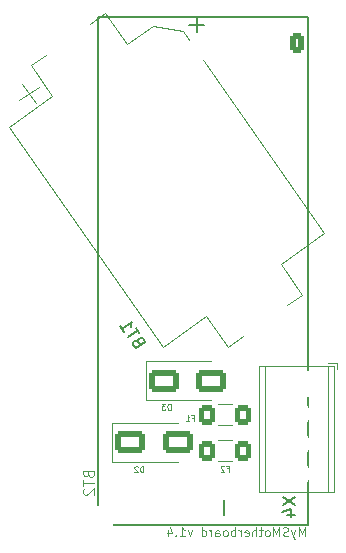
<source format=gbo>
G04 #@! TF.GenerationSoftware,KiCad,Pcbnew,7.0.10-7.0.10~ubuntu20.04.1*
G04 #@! TF.CreationDate,2024-06-08T20:32:56+02:00*
G04 #@! TF.ProjectId,MySMotherboard,4d79534d-6f74-4686-9572-626f6172642e,1.4*
G04 #@! TF.SameCoordinates,Original*
G04 #@! TF.FileFunction,Legend,Bot*
G04 #@! TF.FilePolarity,Positive*
%FSLAX46Y46*%
G04 Gerber Fmt 4.6, Leading zero omitted, Abs format (unit mm)*
G04 Created by KiCad (PCBNEW 7.0.10-7.0.10~ubuntu20.04.1) date 2024-06-08 20:32:56*
%MOMM*%
%LPD*%
G01*
G04 APERTURE LIST*
G04 Aperture macros list*
%AMRoundRect*
0 Rectangle with rounded corners*
0 $1 Rounding radius*
0 $2 $3 $4 $5 $6 $7 $8 $9 X,Y pos of 4 corners*
0 Add a 4 corners polygon primitive as box body*
4,1,4,$2,$3,$4,$5,$6,$7,$8,$9,$2,$3,0*
0 Add four circle primitives for the rounded corners*
1,1,$1+$1,$2,$3*
1,1,$1+$1,$4,$5*
1,1,$1+$1,$6,$7*
1,1,$1+$1,$8,$9*
0 Add four rect primitives between the rounded corners*
20,1,$1+$1,$2,$3,$4,$5,0*
20,1,$1+$1,$4,$5,$6,$7,0*
20,1,$1+$1,$6,$7,$8,$9,0*
20,1,$1+$1,$8,$9,$2,$3,0*%
%AMRotRect*
0 Rectangle, with rotation*
0 The origin of the aperture is its center*
0 $1 length*
0 $2 width*
0 $3 Rotation angle, in degrees counterclockwise*
0 Add horizontal line*
21,1,$1,$2,0,0,$3*%
G04 Aperture macros list end*
%ADD10C,0.100000*%
%ADD11C,0.150000*%
%ADD12C,0.121920*%
%ADD13C,0.120000*%
%ADD14C,0.127000*%
%ADD15R,1.700000X1.700000*%
%ADD16RoundRect,0.250000X0.350000X0.625000X-0.350000X0.625000X-0.350000X-0.625000X0.350000X-0.625000X0*%
%ADD17O,1.200000X1.750000*%
%ADD18O,1.700000X1.700000*%
%ADD19RotRect,2.600000X3.600000X125.000000*%
%ADD20RoundRect,0.250000X-1.000000X-0.650000X1.000000X-0.650000X1.000000X0.650000X-1.000000X0.650000X0*%
%ADD21RoundRect,0.250001X-0.462499X-0.624999X0.462499X-0.624999X0.462499X0.624999X-0.462499X0.624999X0*%
%ADD22C,2.357400*%
%ADD23R,2.200000X2.200000*%
%ADD24C,2.200000*%
G04 APERTURE END LIST*
D10*
X160181169Y-127153287D02*
X160181169Y-126405511D01*
X160181169Y-126405511D02*
X159931910Y-126939637D01*
X159931910Y-126939637D02*
X159682651Y-126405511D01*
X159682651Y-126405511D02*
X159682651Y-127153287D01*
X159397784Y-126654770D02*
X159219742Y-127153287D01*
X159041701Y-126654770D02*
X159219742Y-127153287D01*
X159219742Y-127153287D02*
X159290959Y-127331329D01*
X159290959Y-127331329D02*
X159326568Y-127366937D01*
X159326568Y-127366937D02*
X159397784Y-127402546D01*
X158792442Y-127117679D02*
X158685617Y-127153287D01*
X158685617Y-127153287D02*
X158507575Y-127153287D01*
X158507575Y-127153287D02*
X158436358Y-127117679D01*
X158436358Y-127117679D02*
X158400750Y-127082070D01*
X158400750Y-127082070D02*
X158365141Y-127010853D01*
X158365141Y-127010853D02*
X158365141Y-126939637D01*
X158365141Y-126939637D02*
X158400750Y-126868420D01*
X158400750Y-126868420D02*
X158436358Y-126832811D01*
X158436358Y-126832811D02*
X158507575Y-126797203D01*
X158507575Y-126797203D02*
X158650008Y-126761595D01*
X158650008Y-126761595D02*
X158721225Y-126725986D01*
X158721225Y-126725986D02*
X158756834Y-126690378D01*
X158756834Y-126690378D02*
X158792442Y-126619161D01*
X158792442Y-126619161D02*
X158792442Y-126547944D01*
X158792442Y-126547944D02*
X158756834Y-126476728D01*
X158756834Y-126476728D02*
X158721225Y-126441119D01*
X158721225Y-126441119D02*
X158650008Y-126405511D01*
X158650008Y-126405511D02*
X158471967Y-126405511D01*
X158471967Y-126405511D02*
X158365141Y-126441119D01*
X158044666Y-127153287D02*
X158044666Y-126405511D01*
X158044666Y-126405511D02*
X157795407Y-126939637D01*
X157795407Y-126939637D02*
X157546148Y-126405511D01*
X157546148Y-126405511D02*
X157546148Y-127153287D01*
X157083239Y-127153287D02*
X157154456Y-127117679D01*
X157154456Y-127117679D02*
X157190065Y-127082070D01*
X157190065Y-127082070D02*
X157225673Y-127010853D01*
X157225673Y-127010853D02*
X157225673Y-126797203D01*
X157225673Y-126797203D02*
X157190065Y-126725986D01*
X157190065Y-126725986D02*
X157154456Y-126690378D01*
X157154456Y-126690378D02*
X157083239Y-126654770D01*
X157083239Y-126654770D02*
X156976414Y-126654770D01*
X156976414Y-126654770D02*
X156905198Y-126690378D01*
X156905198Y-126690378D02*
X156869589Y-126725986D01*
X156869589Y-126725986D02*
X156833981Y-126797203D01*
X156833981Y-126797203D02*
X156833981Y-127010853D01*
X156833981Y-127010853D02*
X156869589Y-127082070D01*
X156869589Y-127082070D02*
X156905198Y-127117679D01*
X156905198Y-127117679D02*
X156976414Y-127153287D01*
X156976414Y-127153287D02*
X157083239Y-127153287D01*
X156620331Y-126654770D02*
X156335464Y-126654770D01*
X156513506Y-126405511D02*
X156513506Y-127046462D01*
X156513506Y-127046462D02*
X156477897Y-127117679D01*
X156477897Y-127117679D02*
X156406680Y-127153287D01*
X156406680Y-127153287D02*
X156335464Y-127153287D01*
X156086205Y-127153287D02*
X156086205Y-126405511D01*
X155765729Y-127153287D02*
X155765729Y-126761595D01*
X155765729Y-126761595D02*
X155801338Y-126690378D01*
X155801338Y-126690378D02*
X155872554Y-126654770D01*
X155872554Y-126654770D02*
X155979379Y-126654770D01*
X155979379Y-126654770D02*
X156050596Y-126690378D01*
X156050596Y-126690378D02*
X156086205Y-126725986D01*
X155124779Y-127117679D02*
X155195995Y-127153287D01*
X155195995Y-127153287D02*
X155338429Y-127153287D01*
X155338429Y-127153287D02*
X155409646Y-127117679D01*
X155409646Y-127117679D02*
X155445254Y-127046462D01*
X155445254Y-127046462D02*
X155445254Y-126761595D01*
X155445254Y-126761595D02*
X155409646Y-126690378D01*
X155409646Y-126690378D02*
X155338429Y-126654770D01*
X155338429Y-126654770D02*
X155195995Y-126654770D01*
X155195995Y-126654770D02*
X155124779Y-126690378D01*
X155124779Y-126690378D02*
X155089170Y-126761595D01*
X155089170Y-126761595D02*
X155089170Y-126832811D01*
X155089170Y-126832811D02*
X155445254Y-126904028D01*
X154768695Y-127153287D02*
X154768695Y-126654770D01*
X154768695Y-126797203D02*
X154733086Y-126725986D01*
X154733086Y-126725986D02*
X154697478Y-126690378D01*
X154697478Y-126690378D02*
X154626261Y-126654770D01*
X154626261Y-126654770D02*
X154555044Y-126654770D01*
X154305786Y-127153287D02*
X154305786Y-126405511D01*
X154305786Y-126690378D02*
X154234569Y-126654770D01*
X154234569Y-126654770D02*
X154092135Y-126654770D01*
X154092135Y-126654770D02*
X154020919Y-126690378D01*
X154020919Y-126690378D02*
X153985310Y-126725986D01*
X153985310Y-126725986D02*
X153949702Y-126797203D01*
X153949702Y-126797203D02*
X153949702Y-127010853D01*
X153949702Y-127010853D02*
X153985310Y-127082070D01*
X153985310Y-127082070D02*
X154020919Y-127117679D01*
X154020919Y-127117679D02*
X154092135Y-127153287D01*
X154092135Y-127153287D02*
X154234569Y-127153287D01*
X154234569Y-127153287D02*
X154305786Y-127117679D01*
X153522401Y-127153287D02*
X153593618Y-127117679D01*
X153593618Y-127117679D02*
X153629227Y-127082070D01*
X153629227Y-127082070D02*
X153664835Y-127010853D01*
X153664835Y-127010853D02*
X153664835Y-126797203D01*
X153664835Y-126797203D02*
X153629227Y-126725986D01*
X153629227Y-126725986D02*
X153593618Y-126690378D01*
X153593618Y-126690378D02*
X153522401Y-126654770D01*
X153522401Y-126654770D02*
X153415576Y-126654770D01*
X153415576Y-126654770D02*
X153344360Y-126690378D01*
X153344360Y-126690378D02*
X153308751Y-126725986D01*
X153308751Y-126725986D02*
X153273143Y-126797203D01*
X153273143Y-126797203D02*
X153273143Y-127010853D01*
X153273143Y-127010853D02*
X153308751Y-127082070D01*
X153308751Y-127082070D02*
X153344360Y-127117679D01*
X153344360Y-127117679D02*
X153415576Y-127153287D01*
X153415576Y-127153287D02*
X153522401Y-127153287D01*
X152632192Y-127153287D02*
X152632192Y-126761595D01*
X152632192Y-126761595D02*
X152667801Y-126690378D01*
X152667801Y-126690378D02*
X152739017Y-126654770D01*
X152739017Y-126654770D02*
X152881451Y-126654770D01*
X152881451Y-126654770D02*
X152952668Y-126690378D01*
X152632192Y-127117679D02*
X152703409Y-127153287D01*
X152703409Y-127153287D02*
X152881451Y-127153287D01*
X152881451Y-127153287D02*
X152952668Y-127117679D01*
X152952668Y-127117679D02*
X152988276Y-127046462D01*
X152988276Y-127046462D02*
X152988276Y-126975245D01*
X152988276Y-126975245D02*
X152952668Y-126904028D01*
X152952668Y-126904028D02*
X152881451Y-126868420D01*
X152881451Y-126868420D02*
X152703409Y-126868420D01*
X152703409Y-126868420D02*
X152632192Y-126832811D01*
X152276109Y-127153287D02*
X152276109Y-126654770D01*
X152276109Y-126797203D02*
X152240500Y-126725986D01*
X152240500Y-126725986D02*
X152204892Y-126690378D01*
X152204892Y-126690378D02*
X152133675Y-126654770D01*
X152133675Y-126654770D02*
X152062458Y-126654770D01*
X151492724Y-127153287D02*
X151492724Y-126405511D01*
X151492724Y-127117679D02*
X151563941Y-127153287D01*
X151563941Y-127153287D02*
X151706374Y-127153287D01*
X151706374Y-127153287D02*
X151777591Y-127117679D01*
X151777591Y-127117679D02*
X151813200Y-127082070D01*
X151813200Y-127082070D02*
X151848808Y-127010853D01*
X151848808Y-127010853D02*
X151848808Y-126797203D01*
X151848808Y-126797203D02*
X151813200Y-126725986D01*
X151813200Y-126725986D02*
X151777591Y-126690378D01*
X151777591Y-126690378D02*
X151706374Y-126654770D01*
X151706374Y-126654770D02*
X151563941Y-126654770D01*
X151563941Y-126654770D02*
X151492724Y-126690378D01*
X150638123Y-126654770D02*
X150460081Y-127153287D01*
X150460081Y-127153287D02*
X150282040Y-126654770D01*
X149605480Y-127153287D02*
X150032781Y-127153287D01*
X149819131Y-127153287D02*
X149819131Y-126405511D01*
X149819131Y-126405511D02*
X149890347Y-126512336D01*
X149890347Y-126512336D02*
X149961564Y-126583553D01*
X149961564Y-126583553D02*
X150032781Y-126619161D01*
X149285005Y-127082070D02*
X149249396Y-127117679D01*
X149249396Y-127117679D02*
X149285005Y-127153287D01*
X149285005Y-127153287D02*
X149320613Y-127117679D01*
X149320613Y-127117679D02*
X149285005Y-127082070D01*
X149285005Y-127082070D02*
X149285005Y-127153287D01*
X148608445Y-126654770D02*
X148608445Y-127153287D01*
X148786487Y-126369903D02*
X148964529Y-126904028D01*
X148964529Y-126904028D02*
X148501620Y-126904028D01*
D11*
X146107180Y-110679048D02*
X145986234Y-110589339D01*
X145986234Y-110589339D02*
X145919913Y-110577645D01*
X145919913Y-110577645D02*
X145814586Y-110593264D01*
X145814586Y-110593264D02*
X145697564Y-110675204D01*
X145697564Y-110675204D02*
X145646863Y-110768837D01*
X145646863Y-110768837D02*
X145635169Y-110835158D01*
X145635169Y-110835158D02*
X145650788Y-110940485D01*
X145650788Y-110940485D02*
X145869293Y-111252543D01*
X145869293Y-111252543D02*
X146688445Y-110678967D01*
X146688445Y-110678967D02*
X146497253Y-110405916D01*
X146497253Y-110405916D02*
X146403619Y-110355215D01*
X146403619Y-110355215D02*
X146337299Y-110343521D01*
X146337299Y-110343521D02*
X146231971Y-110359140D01*
X146231971Y-110359140D02*
X146153957Y-110413766D01*
X146153957Y-110413766D02*
X146103255Y-110507400D01*
X146103255Y-110507400D02*
X146091561Y-110573720D01*
X146091561Y-110573720D02*
X146107180Y-110679048D01*
X146107180Y-110679048D02*
X146298373Y-110952098D01*
X146196808Y-109976836D02*
X145869050Y-109508750D01*
X145213777Y-110316369D02*
X146032929Y-109742793D01*
X144558261Y-109380196D02*
X144886019Y-109848282D01*
X144722140Y-109614239D02*
X145541292Y-109040663D01*
X145541292Y-109040663D02*
X145478897Y-109200617D01*
X145478897Y-109200617D02*
X145455508Y-109333257D01*
X145455508Y-109333257D02*
X145471128Y-109438585D01*
D10*
X146544047Y-121726109D02*
X146544047Y-121226109D01*
X146544047Y-121226109D02*
X146424999Y-121226109D01*
X146424999Y-121226109D02*
X146353571Y-121249919D01*
X146353571Y-121249919D02*
X146305952Y-121297538D01*
X146305952Y-121297538D02*
X146282142Y-121345157D01*
X146282142Y-121345157D02*
X146258333Y-121440395D01*
X146258333Y-121440395D02*
X146258333Y-121511823D01*
X146258333Y-121511823D02*
X146282142Y-121607061D01*
X146282142Y-121607061D02*
X146305952Y-121654680D01*
X146305952Y-121654680D02*
X146353571Y-121702300D01*
X146353571Y-121702300D02*
X146424999Y-121726109D01*
X146424999Y-121726109D02*
X146544047Y-121726109D01*
X146067856Y-121273728D02*
X146044047Y-121249919D01*
X146044047Y-121249919D02*
X145996428Y-121226109D01*
X145996428Y-121226109D02*
X145877380Y-121226109D01*
X145877380Y-121226109D02*
X145829761Y-121249919D01*
X145829761Y-121249919D02*
X145805952Y-121273728D01*
X145805952Y-121273728D02*
X145782142Y-121321347D01*
X145782142Y-121321347D02*
X145782142Y-121368966D01*
X145782142Y-121368966D02*
X145805952Y-121440395D01*
X145805952Y-121440395D02*
X146091666Y-121726109D01*
X146091666Y-121726109D02*
X145782142Y-121726109D01*
X150666665Y-117139204D02*
X150833332Y-117139204D01*
X150833332Y-117401109D02*
X150833332Y-116901109D01*
X150833332Y-116901109D02*
X150595237Y-116901109D01*
X150142856Y-117401109D02*
X150428570Y-117401109D01*
X150285713Y-117401109D02*
X150285713Y-116901109D01*
X150285713Y-116901109D02*
X150333332Y-116972538D01*
X150333332Y-116972538D02*
X150380951Y-117020157D01*
X150380951Y-117020157D02*
X150428570Y-117043966D01*
X153616665Y-121414204D02*
X153783332Y-121414204D01*
X153783332Y-121676109D02*
X153783332Y-121176109D01*
X153783332Y-121176109D02*
X153545237Y-121176109D01*
X153378570Y-121223728D02*
X153354761Y-121199919D01*
X153354761Y-121199919D02*
X153307142Y-121176109D01*
X153307142Y-121176109D02*
X153188094Y-121176109D01*
X153188094Y-121176109D02*
X153140475Y-121199919D01*
X153140475Y-121199919D02*
X153116666Y-121223728D01*
X153116666Y-121223728D02*
X153092856Y-121271347D01*
X153092856Y-121271347D02*
X153092856Y-121318966D01*
X153092856Y-121318966D02*
X153116666Y-121390395D01*
X153116666Y-121390395D02*
X153402380Y-121676109D01*
X153402380Y-121676109D02*
X153092856Y-121676109D01*
D12*
X141865914Y-121903903D02*
X141908489Y-122031629D01*
X141908489Y-122031629D02*
X141951065Y-122074204D01*
X141951065Y-122074204D02*
X142036215Y-122116780D01*
X142036215Y-122116780D02*
X142163941Y-122116780D01*
X142163941Y-122116780D02*
X142249091Y-122074204D01*
X142249091Y-122074204D02*
X142291667Y-122031629D01*
X142291667Y-122031629D02*
X142334242Y-121946479D01*
X142334242Y-121946479D02*
X142334242Y-121605877D01*
X142334242Y-121605877D02*
X141440162Y-121605877D01*
X141440162Y-121605877D02*
X141440162Y-121903903D01*
X141440162Y-121903903D02*
X141482737Y-121989054D01*
X141482737Y-121989054D02*
X141525312Y-122031629D01*
X141525312Y-122031629D02*
X141610463Y-122074204D01*
X141610463Y-122074204D02*
X141695613Y-122074204D01*
X141695613Y-122074204D02*
X141780764Y-122031629D01*
X141780764Y-122031629D02*
X141823339Y-121989054D01*
X141823339Y-121989054D02*
X141865914Y-121903903D01*
X141865914Y-121903903D02*
X141865914Y-121605877D01*
X141440162Y-122372231D02*
X141440162Y-122883134D01*
X142334242Y-122627682D02*
X141440162Y-122627682D01*
X141525312Y-123138585D02*
X141482737Y-123181161D01*
X141482737Y-123181161D02*
X141440162Y-123266311D01*
X141440162Y-123266311D02*
X141440162Y-123479187D01*
X141440162Y-123479187D02*
X141482737Y-123564338D01*
X141482737Y-123564338D02*
X141525312Y-123606913D01*
X141525312Y-123606913D02*
X141610463Y-123649488D01*
X141610463Y-123649488D02*
X141695613Y-123649488D01*
X141695613Y-123649488D02*
X141823339Y-123606913D01*
X141823339Y-123606913D02*
X142334242Y-123096010D01*
X142334242Y-123096010D02*
X142334242Y-123649488D01*
D11*
X158354819Y-123865476D02*
X159354819Y-124532142D01*
X158354819Y-124532142D02*
X159354819Y-123865476D01*
X158688152Y-125341666D02*
X159354819Y-125341666D01*
X158307200Y-125103571D02*
X159021485Y-124865476D01*
X159021485Y-124865476D02*
X159021485Y-125484523D01*
D10*
X148844047Y-116451109D02*
X148844047Y-115951109D01*
X148844047Y-115951109D02*
X148724999Y-115951109D01*
X148724999Y-115951109D02*
X148653571Y-115974919D01*
X148653571Y-115974919D02*
X148605952Y-116022538D01*
X148605952Y-116022538D02*
X148582142Y-116070157D01*
X148582142Y-116070157D02*
X148558333Y-116165395D01*
X148558333Y-116165395D02*
X148558333Y-116236823D01*
X148558333Y-116236823D02*
X148582142Y-116332061D01*
X148582142Y-116332061D02*
X148605952Y-116379680D01*
X148605952Y-116379680D02*
X148653571Y-116427300D01*
X148653571Y-116427300D02*
X148724999Y-116451109D01*
X148724999Y-116451109D02*
X148844047Y-116451109D01*
X148391666Y-115951109D02*
X148082142Y-115951109D01*
X148082142Y-115951109D02*
X148248809Y-116141585D01*
X148248809Y-116141585D02*
X148177380Y-116141585D01*
X148177380Y-116141585D02*
X148129761Y-116165395D01*
X148129761Y-116165395D02*
X148105952Y-116189204D01*
X148105952Y-116189204D02*
X148082142Y-116236823D01*
X148082142Y-116236823D02*
X148082142Y-116355871D01*
X148082142Y-116355871D02*
X148105952Y-116403490D01*
X148105952Y-116403490D02*
X148129761Y-116427300D01*
X148129761Y-116427300D02*
X148177380Y-116451109D01*
X148177380Y-116451109D02*
X148320237Y-116451109D01*
X148320237Y-116451109D02*
X148367856Y-116427300D01*
X148367856Y-116427300D02*
X148391666Y-116403490D01*
D13*
X143311093Y-82873645D02*
X142041408Y-83762689D01*
X137003622Y-87290184D02*
X138273308Y-86401141D01*
X136029965Y-90230379D02*
X137668269Y-89083226D01*
X137422694Y-90475955D02*
X136275541Y-88837651D01*
X147358248Y-83946276D02*
X145146538Y-85494932D01*
X145146538Y-85494932D02*
X143311093Y-82873645D01*
X138839067Y-89911471D02*
X137003622Y-87290184D01*
X135152883Y-92492565D02*
X138839067Y-89911471D01*
X135152883Y-92492565D02*
X148173068Y-111087316D01*
X149865160Y-84388312D02*
X147358248Y-83946276D01*
X161852907Y-101508589D02*
X149865160Y-84388312D01*
X161852907Y-101508589D02*
X158166723Y-104089683D01*
X158166723Y-104089683D02*
X160002168Y-106710970D01*
X151859252Y-108506222D02*
X153694697Y-111127509D01*
X148173068Y-111087316D02*
X151859252Y-108506222D01*
X160002168Y-106710970D02*
X158732482Y-107600013D01*
X153694697Y-111127509D02*
X154964382Y-110238465D01*
X143915000Y-117525000D02*
X149425000Y-117525000D01*
X143915000Y-120825000D02*
X143915000Y-117525000D01*
X143915000Y-120825000D02*
X149425000Y-120825000D01*
X152847936Y-115940000D02*
X154052064Y-115940000D01*
X152847936Y-117760000D02*
X154052064Y-117760000D01*
X152847936Y-118990000D02*
X154052064Y-118990000D01*
X152847936Y-120810000D02*
X154052064Y-120810000D01*
D14*
X142660000Y-126160000D02*
X160440000Y-126160000D01*
X160440000Y-126160000D02*
X160440000Y-83160000D01*
X153328000Y-125353000D02*
X153328000Y-124099000D01*
X151042000Y-84463000D02*
X151042000Y-83201000D01*
X151669000Y-83832000D02*
X150415000Y-83832000D01*
X142660000Y-83160000D02*
X142660000Y-126160000D01*
X160440000Y-83160000D02*
X142660000Y-83160000D01*
D13*
X162925000Y-112460000D02*
X162925000Y-112960000D01*
X162185000Y-112460000D02*
X162925000Y-112460000D01*
X162685000Y-112700000D02*
X162685000Y-123440000D01*
X162125000Y-112700000D02*
X162125000Y-123440000D01*
X156825000Y-112700000D02*
X156825000Y-123440000D01*
X156365000Y-112700000D02*
X162685000Y-112700000D01*
X156365000Y-112700000D02*
X156365000Y-123440000D01*
X156365000Y-123440000D02*
X162685000Y-123440000D01*
X146765000Y-112325000D02*
X152275000Y-112325000D01*
X146765000Y-115625000D02*
X146765000Y-112325000D01*
X146765000Y-115625000D02*
X152275000Y-115625000D01*
%LPC*%
D15*
X143125000Y-125450000D03*
D16*
X159550000Y-85425000D03*
D17*
X157550000Y-85425000D03*
D15*
X136750000Y-102350000D03*
D18*
X139290000Y-102350000D03*
X136750000Y-104890000D03*
X139290000Y-104890000D03*
X136750000Y-107430000D03*
X139290000Y-107430000D03*
X136750000Y-109970000D03*
X139290000Y-109970000D03*
X136750000Y-112510000D03*
X139290000Y-112510000D03*
X136750000Y-115050000D03*
X139290000Y-115050000D03*
X136750000Y-117590000D03*
X139290000Y-117590000D03*
X136750000Y-120130000D03*
X139290000Y-120130000D03*
X136750000Y-122670000D03*
X139290000Y-122670000D03*
X136750000Y-125210000D03*
X139290000Y-125210000D03*
D19*
X140100000Y-85000000D03*
X156905790Y-109001154D03*
D20*
X145425000Y-119175000D03*
X149425000Y-119175000D03*
D21*
X151962500Y-116850000D03*
X154937500Y-116850000D03*
X151962500Y-119900000D03*
X154937500Y-119900000D03*
D22*
X151550000Y-85675000D03*
X151550000Y-123645000D03*
D23*
X159525000Y-114260000D03*
D24*
X159525000Y-116800000D03*
X159525000Y-119340000D03*
X159525000Y-121880000D03*
D20*
X148275000Y-113975000D03*
X152275000Y-113975000D03*
%LPD*%
M02*

</source>
